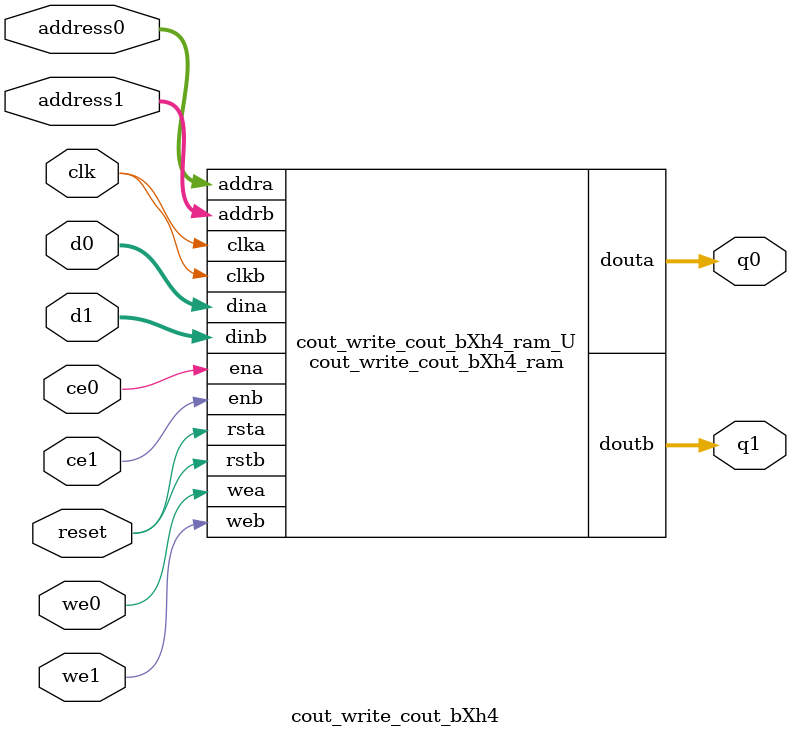
<source format=v>

`timescale 1ps/1ps

module cout_write_cout_bXh4_ram # (

  // Common module parameters
  parameter integer                 MEMORY_SIZE        = 3538944,
  parameter                         MEMORY_PRIMITIVE   = "ultra",
  parameter                         CLOCKING_MODE      = "common_clock",
  parameter                         ECC_MODE           = "no_ecc",
  parameter                         MEMORY_INIT_FILE   = "none",
  parameter                         WAKEUP_TIME        = "disable_sleep",
  parameter integer                 MESSAGE_CONTROL    = 0,

  // Port A module parameters
  parameter integer                 WRITE_DATA_WIDTH_A = 512,
  parameter integer                 READ_DATA_WIDTH_A  = WRITE_DATA_WIDTH_A,
  parameter integer                 BYTE_WRITE_WIDTH_A = WRITE_DATA_WIDTH_A,
  parameter integer                 ADDR_WIDTH_A       = 13,
  parameter                         READ_RESET_VALUE_A = "0",
  parameter integer                 READ_LATENCY_A     = 2,
  parameter                         WRITE_MODE_A       = "no_change",

  // Port B module parameters
  parameter integer                 WRITE_DATA_WIDTH_B = WRITE_DATA_WIDTH_A,
  parameter integer                 READ_DATA_WIDTH_B  = WRITE_DATA_WIDTH_B,
  parameter integer                 BYTE_WRITE_WIDTH_B = WRITE_DATA_WIDTH_B,
  parameter integer                 ADDR_WIDTH_B       = ADDR_WIDTH_A,
  parameter                         READ_RESET_VALUE_B = "0",
  parameter integer                 READ_LATENCY_B     = READ_LATENCY_A,
  parameter                         WRITE_MODE_B       = WRITE_MODE_A
) (

  // Port A module ports
  input  wire                                               clka,
  input  wire                                               rsta,
  input  wire                                               ena,
  input  wire [ADDR_WIDTH_A-1:0]                            addra,
  input  wire [(WRITE_DATA_WIDTH_A/BYTE_WRITE_WIDTH_A)-1:0] wea,
  input  wire [WRITE_DATA_WIDTH_A-1:0]                      dina,
  output wire [READ_DATA_WIDTH_A-1:0]                       douta,

  // Port B module ports
  input  wire                                               clkb,
  input  wire                                               rstb,
  input  wire                                               enb,
  input  wire [ADDR_WIDTH_B-1:0]                            addrb,
  input  wire [(WRITE_DATA_WIDTH_B/BYTE_WRITE_WIDTH_B)-1:0] web,
  input  wire [WRITE_DATA_WIDTH_B-1:0]                      dinb,
  output wire [READ_DATA_WIDTH_B-1:0]                       doutb
);

// Set parameter values and connect ports to instantiate an XPM_MEMORY true dual port RAM configuration
xpm_memory_tdpram # (

  // Common module parameters
  .MEMORY_SIZE        (MEMORY_SIZE),   //positive integer
  .MEMORY_PRIMITIVE   (MEMORY_PRIMITIVE),      //string; "auto", "distributed", "block" or "ultra";
  .CLOCKING_MODE      (CLOCKING_MODE),      //string; "common_clock", "independent_clock"
  .ECC_MODE           (ECC_MODE),      //do not change
  .MEMORY_INIT_FILE   (MEMORY_INIT_FILE), //string; "none" or "<filename>.mem" 
  .MEMORY_INIT_PARAM  (""), //string;
  .WAKEUP_TIME        (WAKEUP_TIME),      //string; "disable_sleep" or "use_sleep_pin"
  .MESSAGE_CONTROL    (MESSAGE_CONTROL),      //do not change

  // Port A module parameters
  .WRITE_DATA_WIDTH_A (WRITE_DATA_WIDTH_A),     //positive integer
  .READ_DATA_WIDTH_A  (READ_DATA_WIDTH_A),     //positive integer
  .BYTE_WRITE_WIDTH_A (BYTE_WRITE_WIDTH_A),     //integer; 8, 9, or WRITE_DATA_WIDTH_A value
  .ADDR_WIDTH_A       (ADDR_WIDTH_A),      //positive integer
  .READ_RESET_VALUE_A (READ_RESET_VALUE_A),  //string
  .READ_LATENCY_A     (READ_LATENCY_A),      //non-negative integer
  .WRITE_MODE_A       (WRITE_MODE_A),       //string; "write_first", "read_first", "no_change"

  // Port B module parameters
  .WRITE_DATA_WIDTH_B (WRITE_DATA_WIDTH_B),     //positive integer
  .READ_DATA_WIDTH_B  (READ_DATA_WIDTH_B),     //positive integer
  .BYTE_WRITE_WIDTH_B (BYTE_WRITE_WIDTH_B),     //integer; 8, 9, or WRITE_DATA_WIDTH_B value
  .ADDR_WIDTH_B       (ADDR_WIDTH_B),      //positive integer
  .READ_RESET_VALUE_B (READ_RESET_VALUE_B),  //string
  .READ_LATENCY_B     (READ_LATENCY_B),      //non-negative integer
  .WRITE_MODE_B       (WRITE_MODE_B)       //string; "write_first", "read_first", "no_change"

) xpm_memory_tdpram_inst (

  // Common module ports
  .sleep          (1'b0),  //do not change

  // Port A module ports
  .clka           (clka),
  .rsta           (rsta),
  .ena            (ena),
  .regcea         (ena),
  .addra          (addra),
  .wea            (wea),
  .dina           (dina),
  .injectsbiterra (1'b0),  //do not change
  .injectdbiterra (1'b0),  //do not change
  .douta          (douta),
  .sbiterra       (),      //do not change
  .dbiterra       (),      //do not change

  // Port B module ports
  .clkb           (clkb),
  .rstb           (rstb),
  .enb            (enb),
  .regceb         (enb),
  .addrb          (addrb),
  .web            (web),
  .dinb           (dinb),
  .injectsbiterrb (1'b0),  //do not change
  .injectdbiterrb (1'b0),  //do not change
  .doutb          (doutb),
  .sbiterrb       (),      //do not change
  .dbiterrb       ()       //do not change

);

endmodule : cout_write_cout_bXh4_ram
`timescale 1 ns / 1 ps
module cout_write_cout_bXh4(
    reset,
    clk,
    address0,
    ce0,
    address1,
    ce1,
    we0,
    d0,
    we1,
    d1,
    q0,
    q1);

parameter DataWidth = 32'd512;
parameter AddressRange = 32'd6912;
parameter AddressWidth = 32'd13;
input reset;
input clk;
input[AddressWidth - 1:0] address0;
input ce0;
input[AddressWidth - 1:0] address1;
input ce1;
input we0;
input[DataWidth - 1:0] d0;
input we1;
input[DataWidth - 1:0] d1;
output[DataWidth - 1:0] q0;
output[DataWidth - 1:0] q1;



cout_write_cout_bXh4_ram cout_write_cout_bXh4_ram_U(
    .clka( clk ),
    .clkb( clk ),
    .rsta( reset ),
    .rstb( reset ),
    .addra( address0 ),
    .ena( ce0 ),
    .addrb( address1 ),
    .enb( ce1 ),
    .dina( d0 ),
    .wea( we0 ),
    .dinb( d1 ),
    .web( we1 ),
    .douta( q0 ),
    .doutb( q1 ));

endmodule


</source>
